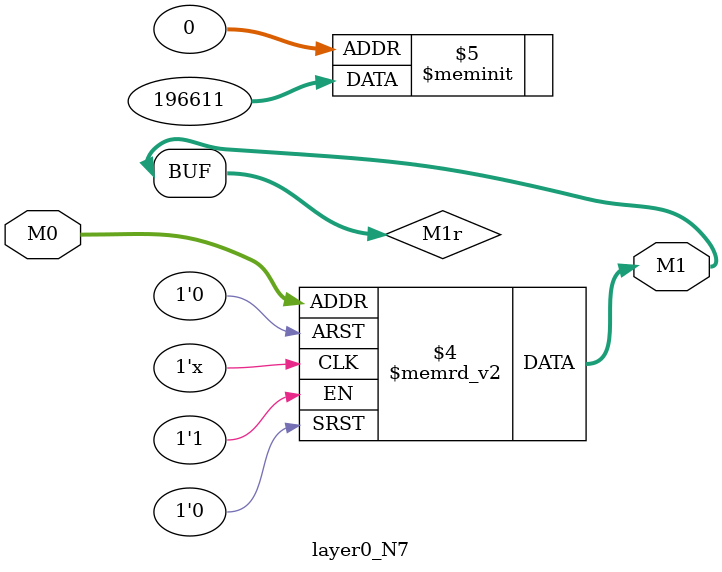
<source format=v>
module layer0_N7 ( input [3:0] M0, output [1:0] M1 );

	(*rom_style = "distributed" *) reg [1:0] M1r;
	assign M1 = M1r;
	always @ (M0) begin
		case (M0)
			4'b0000: M1r = 2'b11;
			4'b1000: M1r = 2'b11;
			4'b0100: M1r = 2'b00;
			4'b1100: M1r = 2'b00;
			4'b0010: M1r = 2'b00;
			4'b1010: M1r = 2'b00;
			4'b0110: M1r = 2'b00;
			4'b1110: M1r = 2'b00;
			4'b0001: M1r = 2'b00;
			4'b1001: M1r = 2'b00;
			4'b0101: M1r = 2'b00;
			4'b1101: M1r = 2'b00;
			4'b0011: M1r = 2'b00;
			4'b1011: M1r = 2'b00;
			4'b0111: M1r = 2'b00;
			4'b1111: M1r = 2'b00;

		endcase
	end
endmodule

</source>
